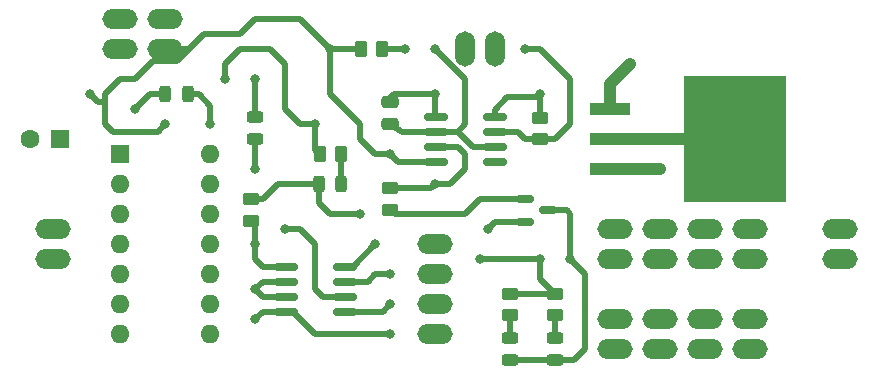
<source format=gbr>
G04 #@! TF.GenerationSoftware,KiCad,Pcbnew,7.0.2-6a45011f42~172~ubuntu22.04.1*
G04 #@! TF.CreationDate,2023-04-28T22:36:36-05:00*
G04 #@! TF.ProjectId,laser,6c617365-722e-46b6-9963-61645f706362,rev?*
G04 #@! TF.SameCoordinates,PXc1c960PY791ddc0*
G04 #@! TF.FileFunction,Copper,L1,Top*
G04 #@! TF.FilePolarity,Positive*
%FSLAX46Y46*%
G04 Gerber Fmt 4.6, Leading zero omitted, Abs format (unit mm)*
G04 Created by KiCad (PCBNEW 7.0.2-6a45011f42~172~ubuntu22.04.1) date 2023-04-28 22:36:36*
%MOMM*%
%LPD*%
G01*
G04 APERTURE LIST*
G04 Aperture macros list*
%AMRoundRect*
0 Rectangle with rounded corners*
0 $1 Rounding radius*
0 $2 $3 $4 $5 $6 $7 $8 $9 X,Y pos of 4 corners*
0 Add a 4 corners polygon primitive as box body*
4,1,4,$2,$3,$4,$5,$6,$7,$8,$9,$2,$3,0*
0 Add four circle primitives for the rounded corners*
1,1,$1+$1,$2,$3*
1,1,$1+$1,$4,$5*
1,1,$1+$1,$6,$7*
1,1,$1+$1,$8,$9*
0 Add four rect primitives between the rounded corners*
20,1,$1+$1,$2,$3,$4,$5,0*
20,1,$1+$1,$4,$5,$6,$7,0*
20,1,$1+$1,$6,$7,$8,$9,0*
20,1,$1+$1,$8,$9,$2,$3,0*%
G04 Aperture macros list end*
G04 #@! TA.AperFunction,SMDPad,CuDef*
%ADD10RoundRect,0.243750X0.456250X-0.243750X0.456250X0.243750X-0.456250X0.243750X-0.456250X-0.243750X0*%
G04 #@! TD*
G04 #@! TA.AperFunction,ComponentPad*
%ADD11O,3.000000X1.700000*%
G04 #@! TD*
G04 #@! TA.AperFunction,SMDPad,CuDef*
%ADD12RoundRect,0.250000X-0.450000X0.262500X-0.450000X-0.262500X0.450000X-0.262500X0.450000X0.262500X0*%
G04 #@! TD*
G04 #@! TA.AperFunction,SMDPad,CuDef*
%ADD13RoundRect,0.250000X0.475000X-0.250000X0.475000X0.250000X-0.475000X0.250000X-0.475000X-0.250000X0*%
G04 #@! TD*
G04 #@! TA.AperFunction,SMDPad,CuDef*
%ADD14RoundRect,0.250000X0.450000X-0.262500X0.450000X0.262500X-0.450000X0.262500X-0.450000X-0.262500X0*%
G04 #@! TD*
G04 #@! TA.AperFunction,SMDPad,CuDef*
%ADD15RoundRect,0.243750X-0.243750X-0.456250X0.243750X-0.456250X0.243750X0.456250X-0.243750X0.456250X0*%
G04 #@! TD*
G04 #@! TA.AperFunction,SMDPad,CuDef*
%ADD16RoundRect,0.150000X-0.825000X-0.150000X0.825000X-0.150000X0.825000X0.150000X-0.825000X0.150000X0*%
G04 #@! TD*
G04 #@! TA.AperFunction,ComponentPad*
%ADD17R,1.600000X1.600000*%
G04 #@! TD*
G04 #@! TA.AperFunction,ComponentPad*
%ADD18C,1.600000*%
G04 #@! TD*
G04 #@! TA.AperFunction,ComponentPad*
%ADD19O,1.600000X1.600000*%
G04 #@! TD*
G04 #@! TA.AperFunction,SMDPad,CuDef*
%ADD20RoundRect,0.243750X0.243750X0.456250X-0.243750X0.456250X-0.243750X-0.456250X0.243750X-0.456250X0*%
G04 #@! TD*
G04 #@! TA.AperFunction,SMDPad,CuDef*
%ADD21RoundRect,0.250000X0.262500X0.450000X-0.262500X0.450000X-0.262500X-0.450000X0.262500X-0.450000X0*%
G04 #@! TD*
G04 #@! TA.AperFunction,SMDPad,CuDef*
%ADD22R,3.400000X1.000000*%
G04 #@! TD*
G04 #@! TA.AperFunction,SMDPad,CuDef*
%ADD23R,8.600000X10.700000*%
G04 #@! TD*
G04 #@! TA.AperFunction,SMDPad,CuDef*
%ADD24RoundRect,0.150000X-0.587500X-0.150000X0.587500X-0.150000X0.587500X0.150000X-0.587500X0.150000X0*%
G04 #@! TD*
G04 #@! TA.AperFunction,ComponentPad*
%ADD25O,1.700000X3.000000*%
G04 #@! TD*
G04 #@! TA.AperFunction,ViaPad*
%ADD26C,0.800000*%
G04 #@! TD*
G04 #@! TA.AperFunction,Conductor*
%ADD27C,0.508000*%
G04 #@! TD*
G04 #@! TA.AperFunction,Conductor*
%ADD28C,1.016000*%
G04 #@! TD*
G04 APERTURE END LIST*
D10*
X22860000Y20320000D03*
X22860000Y22195000D03*
D11*
X53346690Y5080000D03*
X53346690Y2540000D03*
D12*
X22502500Y15240000D03*
X22502500Y13415000D03*
D13*
X34290000Y21590000D03*
X34290000Y23490000D03*
D14*
X44456690Y5412500D03*
X44456690Y7237500D03*
D11*
X5715000Y10155000D03*
X5715000Y12695000D03*
D15*
X28272500Y16510000D03*
X30147500Y16510000D03*
D16*
X25465000Y9525000D03*
X25465000Y8255000D03*
X25465000Y6985000D03*
X25465000Y5715000D03*
X30415000Y5715000D03*
X30415000Y6985000D03*
X30415000Y8255000D03*
X30415000Y9525000D03*
D11*
X72390000Y10160000D03*
X72390000Y12700000D03*
D17*
X6310000Y20320000D03*
D18*
X3810000Y20320000D03*
D16*
X38165000Y22225000D03*
X38165000Y20955000D03*
X38165000Y19685000D03*
X38165000Y18415000D03*
X43115000Y18415000D03*
X43115000Y19685000D03*
X43115000Y20955000D03*
X43115000Y22225000D03*
D11*
X11430000Y27940000D03*
X11430000Y30480000D03*
D14*
X34290000Y14327500D03*
X34290000Y16152500D03*
D11*
X15240000Y27940000D03*
X15240000Y30480000D03*
D10*
X44456690Y1602500D03*
X44456690Y3477500D03*
D17*
X11430000Y19050000D03*
D19*
X11430000Y16510000D03*
X11430000Y13970000D03*
X11430000Y11430000D03*
X11430000Y8890000D03*
X11430000Y6350000D03*
X11430000Y3810000D03*
X19050000Y3810000D03*
X19050000Y6350000D03*
X19050000Y8890000D03*
X19050000Y11430000D03*
X19050000Y13970000D03*
X19050000Y16510000D03*
X19050000Y19050000D03*
D20*
X17115000Y24130000D03*
X15240000Y24130000D03*
D11*
X64770000Y5087566D03*
X64770000Y2547566D03*
X57156690Y5080000D03*
X57156690Y2540000D03*
X53346690Y12700000D03*
X53346690Y10160000D03*
D12*
X46990000Y22145000D03*
X46990000Y20320000D03*
D21*
X33600000Y27940000D03*
X31775000Y27940000D03*
D11*
X64776690Y12700000D03*
X64776690Y10160000D03*
X38100000Y11430000D03*
X38100000Y8890000D03*
D22*
X52900000Y22860000D03*
X52900000Y20320000D03*
X52900000Y17780000D03*
D23*
X63500000Y20320000D03*
D11*
X57156690Y12700000D03*
X57156690Y10160000D03*
D14*
X48266690Y5412500D03*
X48266690Y7237500D03*
D11*
X38100000Y6350000D03*
X38100000Y3810000D03*
X60966690Y5080000D03*
X60966690Y2540000D03*
D10*
X48266690Y1602500D03*
X48266690Y3477500D03*
D11*
X60966690Y12700000D03*
X60966690Y10160000D03*
D21*
X30122500Y19050000D03*
X28297500Y19050000D03*
D24*
X45726690Y15240000D03*
X45726690Y13340000D03*
X47601690Y14290000D03*
D25*
X43180000Y27940000D03*
X40640000Y27940000D03*
D26*
X42545000Y12700000D03*
X38100000Y24130000D03*
X64770000Y19050000D03*
X66040000Y24130000D03*
X19050000Y21590000D03*
X66040000Y16510000D03*
X62230000Y21590000D03*
X60960000Y24130000D03*
X34290000Y8890000D03*
X64770000Y21590000D03*
X62230000Y19050000D03*
X31750000Y13970000D03*
X63500000Y24130000D03*
X60960000Y16510000D03*
X63500000Y16510000D03*
X27940000Y21590000D03*
X57150000Y17780000D03*
X25400000Y12700000D03*
X20320000Y25400000D03*
X22860000Y7620000D03*
X12700000Y22860000D03*
X22860000Y25400000D03*
X22860000Y17780000D03*
X34290000Y3810000D03*
X22860000Y5080000D03*
X54610000Y26670000D03*
X22860000Y11430000D03*
X8890000Y24130000D03*
X41916690Y10160000D03*
X15240000Y21590000D03*
X46990000Y24130000D03*
X29210000Y27940000D03*
X46996690Y10160000D03*
X34290000Y19050000D03*
X34290000Y6350000D03*
X33020000Y11430000D03*
X38100000Y27940000D03*
X45720000Y27940000D03*
X49536690Y10160000D03*
X38100000Y16510000D03*
X35560000Y27940000D03*
D27*
X18082500Y24130000D02*
X17115000Y24130000D01*
X24765000Y16510000D02*
X28272500Y16510000D01*
D28*
X52900000Y20320000D02*
X63500000Y20320000D01*
D27*
X23495000Y15240000D02*
X24765000Y16510000D01*
X34610000Y24130000D02*
X38100000Y24130000D01*
X32385000Y8255000D02*
X33020000Y8890000D01*
X33020000Y8890000D02*
X34290000Y8890000D01*
X34290000Y23490000D02*
X34290000Y23810000D01*
X28272500Y14907500D02*
X29210000Y13970000D01*
X30415000Y8255000D02*
X32385000Y8255000D01*
X19050000Y21590000D02*
X19050000Y23162500D01*
X34290000Y23810000D02*
X34610000Y24130000D01*
X43180000Y13335000D02*
X42545000Y12700000D01*
X29210000Y13970000D02*
X31750000Y13970000D01*
X38165000Y24065000D02*
X38100000Y24130000D01*
X38100000Y22290000D02*
X38165000Y22225000D01*
X22502500Y15240000D02*
X23495000Y15240000D01*
X19050000Y23162500D02*
X18082500Y24130000D01*
X28272500Y16510000D02*
X28272500Y14907500D01*
X43180000Y13335000D02*
X45726690Y13340000D01*
X38100000Y24130000D02*
X38100000Y22290000D01*
X26670000Y12700000D02*
X27940000Y11430000D01*
X25400000Y12700000D02*
X26670000Y12700000D01*
X25400000Y26670000D02*
X25400000Y22860000D01*
X21590000Y27940000D02*
X24130000Y27940000D01*
X28575000Y6985000D02*
X30415000Y6985000D01*
X27940000Y7620000D02*
X28575000Y6985000D01*
X20320000Y25400000D02*
X20320000Y26670000D01*
D28*
X57150000Y17780000D02*
X52900000Y17780000D01*
D27*
X26670000Y21590000D02*
X27940000Y21590000D01*
X24130000Y27940000D02*
X25400000Y26670000D01*
X27940000Y21590000D02*
X27940000Y19407500D01*
X27940000Y19407500D02*
X28297500Y19050000D01*
X27940000Y11430000D02*
X27940000Y7620000D01*
X20320000Y26670000D02*
X21590000Y27940000D01*
X25400000Y22860000D02*
X26670000Y21590000D01*
X25465000Y6985000D02*
X23495000Y6985000D01*
X25465000Y8255000D02*
X23495000Y8255000D01*
X23495000Y6985000D02*
X22860000Y7620000D01*
X23495000Y8255000D02*
X22860000Y7620000D01*
X13970000Y24130000D02*
X15240000Y24130000D01*
X12700000Y22860000D02*
X13970000Y24130000D01*
X30147500Y16510000D02*
X30147500Y19025000D01*
X30147500Y19025000D02*
X30122500Y19050000D01*
X22860000Y25400000D02*
X22860000Y22195000D01*
X22860000Y17780000D02*
X22860000Y20320000D01*
X34290000Y3810000D02*
X27940000Y3810000D01*
X23495000Y5715000D02*
X25465000Y5715000D01*
X22860000Y5080000D02*
X23495000Y5715000D01*
X27940000Y3810000D02*
X26035000Y5715000D01*
X26035000Y5715000D02*
X25465000Y5715000D01*
D28*
X52900000Y22860000D02*
X52900000Y24960000D01*
X52900000Y24960000D02*
X54610000Y26670000D01*
D27*
X23495000Y9525000D02*
X22860000Y10160000D01*
X22860000Y13057500D02*
X22502500Y13415000D01*
X22860000Y10160000D02*
X22860000Y11430000D01*
X22860000Y11430000D02*
X22860000Y13057500D01*
X25465000Y9525000D02*
X23495000Y9525000D01*
X9525000Y23495000D02*
X10160000Y23495000D01*
X38165000Y18415000D02*
X34925000Y18415000D01*
X18542000Y29210000D02*
X17272000Y27940000D01*
X10795000Y20955000D02*
X14605000Y20955000D01*
X29210000Y27940000D02*
X26670000Y30480000D01*
X33020000Y19050000D02*
X34290000Y19050000D01*
X17272000Y27940000D02*
X16256000Y26924000D01*
X11430000Y25400000D02*
X10160000Y24130000D01*
X26670000Y30480000D02*
X22860000Y30480000D01*
X29210000Y27940000D02*
X31775000Y27940000D01*
X14224000Y26924000D02*
X12700000Y25400000D01*
X10160000Y23495000D02*
X10160000Y21590000D01*
X46990000Y24130000D02*
X46736000Y23876000D01*
X22860000Y30480000D02*
X21590000Y29210000D01*
X15240000Y27940000D02*
X17272000Y27940000D01*
X29210000Y24130000D02*
X31750000Y21590000D01*
X43115000Y22795000D02*
X43115000Y22225000D01*
X10160000Y24130000D02*
X10160000Y23495000D01*
X44456690Y7237500D02*
X48266690Y7237500D01*
X48266690Y7237500D02*
X46996690Y8507500D01*
X46990000Y24130000D02*
X46990000Y22145000D01*
X46736000Y23876000D02*
X44196000Y23876000D01*
X8890000Y24130000D02*
X9525000Y23495000D01*
X12700000Y25400000D02*
X11430000Y25400000D01*
X46996690Y10160000D02*
X41916690Y10160000D01*
X44196000Y23876000D02*
X43115000Y22795000D01*
X29210000Y27940000D02*
X29210000Y24130000D01*
X10160000Y21590000D02*
X10795000Y20955000D01*
X46996690Y8507500D02*
X46996690Y10160000D01*
X31750000Y21590000D02*
X31750000Y20320000D01*
X21590000Y29210000D02*
X18542000Y29210000D01*
X34925000Y18415000D02*
X34290000Y19050000D01*
X16256000Y26924000D02*
X14224000Y26924000D01*
X31750000Y20320000D02*
X33020000Y19050000D01*
X14605000Y20955000D02*
X15240000Y21590000D01*
X33655000Y5715000D02*
X34290000Y6350000D01*
X30415000Y5715000D02*
X33655000Y5715000D01*
X31115000Y9525000D02*
X33020000Y11430000D01*
X30415000Y9525000D02*
X31115000Y9525000D01*
X40640000Y21590000D02*
X40005000Y20955000D01*
X40640000Y25400000D02*
X40640000Y21590000D01*
X35245000Y20955000D02*
X34290000Y21590000D01*
X38165000Y20955000D02*
X35245000Y20955000D01*
X40005000Y20955000D02*
X38165000Y20955000D01*
X41275000Y19685000D02*
X40005000Y20955000D01*
X38100000Y27940000D02*
X40640000Y25400000D01*
X43115000Y19685000D02*
X41275000Y19685000D01*
X45720000Y20320000D02*
X46990000Y20320000D01*
X49530000Y21590000D02*
X48260000Y20320000D01*
X43115000Y20955000D02*
X45085000Y20955000D01*
X48260000Y20320000D02*
X46990000Y20320000D01*
X46990000Y27940000D02*
X49530000Y25400000D01*
X45085000Y20955000D02*
X45720000Y20320000D01*
X45720000Y27940000D02*
X46990000Y27940000D01*
X49530000Y25400000D02*
X49530000Y21590000D01*
X50806690Y2540000D02*
X49869190Y1602500D01*
X48266690Y1602500D02*
X44456690Y1602500D01*
X49536690Y13970000D02*
X49536690Y10160000D01*
X50806690Y8890000D02*
X50806690Y2540000D01*
X49536690Y10160000D02*
X50806690Y8890000D01*
X47601690Y14290000D02*
X49216690Y14290000D01*
X49216690Y14290000D02*
X49536690Y13970000D01*
X49869190Y1602500D02*
X48266690Y1602500D01*
X34647500Y13970000D02*
X40640000Y13970000D01*
X41910000Y15240000D02*
X45726690Y15240000D01*
X40640000Y13970000D02*
X41910000Y15240000D01*
X34290000Y14327500D02*
X34647500Y13970000D01*
X38100000Y16510000D02*
X39370000Y16510000D01*
X40640000Y19050000D02*
X40005000Y19685000D01*
X38100000Y16510000D02*
X37742500Y16152500D01*
X39370000Y16510000D02*
X40640000Y17780000D01*
X37742500Y16152500D02*
X34290000Y16152500D01*
X40640000Y17780000D02*
X40640000Y19050000D01*
X40005000Y19685000D02*
X38165000Y19685000D01*
X33600000Y27940000D02*
X35560000Y27940000D01*
X48266690Y5412500D02*
X48266690Y3477500D01*
X44456690Y3477500D02*
X44456690Y5412500D01*
M02*

</source>
